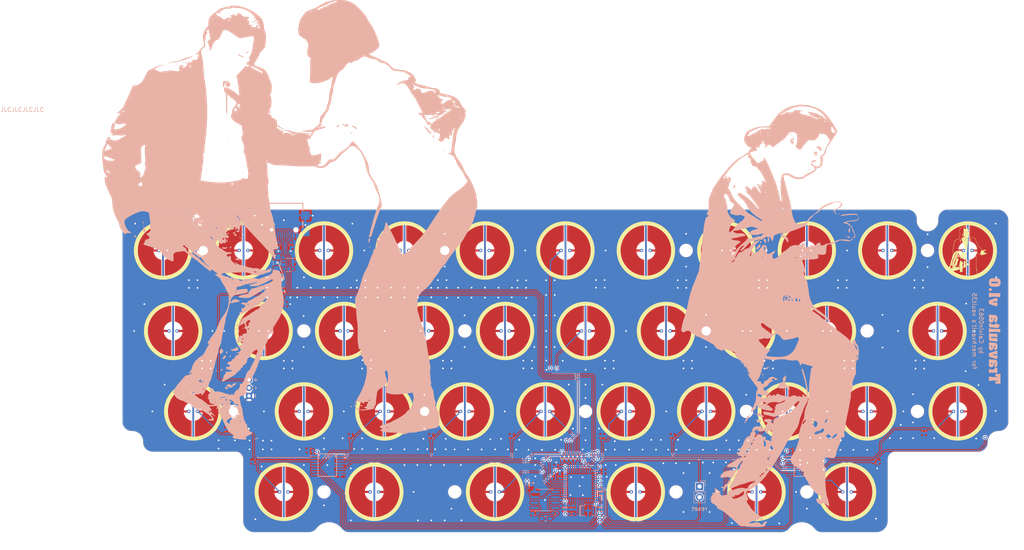
<source format=kicad_pcb>
(kicad_pcb (version 20221018) (generator pcbnew)

  (general
    (thickness 1.59)
  )

  (paper "A4")
  (layers
    (0 "F.Cu" signal)
    (1 "In1.Cu" signal)
    (2 "In2.Cu" signal)
    (31 "B.Cu" signal)
    (32 "B.Adhes" user "B.Adhesive")
    (33 "F.Adhes" user "F.Adhesive")
    (34 "B.Paste" user)
    (35 "F.Paste" user)
    (36 "B.SilkS" user "B.Silkscreen")
    (37 "F.SilkS" user "F.Silkscreen")
    (38 "B.Mask" user)
    (39 "F.Mask" user)
    (40 "Dwgs.User" user "User.Drawings")
    (41 "Cmts.User" user "User.Comments")
    (42 "Eco1.User" user "User.Eco1")
    (43 "Eco2.User" user "User.Eco2")
    (44 "Edge.Cuts" user)
    (45 "Margin" user)
    (46 "B.CrtYd" user "B.Courtyard")
    (47 "F.CrtYd" user "F.Courtyard")
    (48 "B.Fab" user)
    (49 "F.Fab" user)
    (50 "User.1" user)
    (51 "User.2" user)
    (52 "User.3" user)
    (53 "User.4" user)
    (54 "User.5" user)
    (55 "User.6" user)
    (56 "User.7" user)
    (57 "User.8" user)
    (58 "User.9" user)
  )

  (setup
    (stackup
      (layer "F.SilkS" (type "Top Silk Screen"))
      (layer "F.Paste" (type "Top Solder Paste"))
      (layer "F.Mask" (type "Top Solder Mask") (thickness 0.01))
      (layer "F.Cu" (type "copper") (thickness 0.035))
      (layer "dielectric 1" (type "prepreg") (thickness 0.2) (material "7628") (epsilon_r 4.6) (loss_tangent 0))
      (layer "In1.Cu" (type "copper") (thickness 0.0175))
      (layer "dielectric 2" (type "core") (thickness 1.065) (material "FR4") (epsilon_r 4.5) (loss_tangent 0.02))
      (layer "In2.Cu" (type "copper") (thickness 0.0175))
      (layer "dielectric 3" (type "prepreg") (thickness 0.2) (material "7628") (epsilon_r 4.6) (loss_tangent 0))
      (layer "B.Cu" (type "copper") (thickness 0.035))
      (layer "B.Mask" (type "Bottom Solder Mask") (thickness 0.01))
      (layer "B.Paste" (type "Bottom Solder Paste"))
      (layer "B.SilkS" (type "Bottom Silk Screen"))
      (copper_finish "None")
      (dielectric_constraints no)
    )
    (pad_to_mask_clearance 0)
    (pcbplotparams
      (layerselection 0x00010fc_ffffffff)
      (plot_on_all_layers_selection 0x0000000_00000000)
      (disableapertmacros false)
      (usegerberextensions false)
      (usegerberattributes true)
      (usegerberadvancedattributes true)
      (creategerberjobfile true)
      (dashed_line_dash_ratio 12.000000)
      (dashed_line_gap_ratio 3.000000)
      (svgprecision 6)
      (plotframeref false)
      (viasonmask false)
      (mode 1)
      (useauxorigin false)
      (hpglpennumber 1)
      (hpglpenspeed 20)
      (hpglpendiameter 15.000000)
      (dxfpolygonmode true)
      (dxfimperialunits true)
      (dxfusepcbnewfont true)
      (psnegative false)
      (psa4output false)
      (plotreference true)
      (plotvalue true)
      (plotinvisibletext false)
      (sketchpadsonfab false)
      (subtractmaskfromsilk false)
      (outputformat 1)
      (mirror false)
      (drillshape 0)
      (scaleselection 1)
      (outputdirectory "Production")
    )
  )

  (net 0 "")
  (net 1 "GND")
  (net 2 "D-")
  (net 3 "D+")
  (net 4 "VCC")
  (net 5 "+5V")
  (net 6 "Net-(U1-VCAP1)")
  (net 7 "NRST")
  (net 8 "APLEX_OUT_PIN_0")
  (net 9 "ROW0")
  (net 10 "ROW1")
  (net 11 "Net-(JP1-B)")
  (net 12 "VBAT")
  (net 13 "BOOT1")
  (net 14 "COL0")
  (net 15 "COL1")
  (net 16 "COL2")
  (net 17 "COL3")
  (net 18 "COL4")
  (net 19 "COL5")
  (net 20 "COL6")
  (net 21 "COL7")
  (net 22 "COL8")
  (net 23 "COL9")
  (net 24 "ROW2")
  (net 25 "ROW3")
  (net 26 "Net-(U1-PB12)")
  (net 27 "Net-(U1-PB15)")
  (net 28 "Net-(U1-PA10)")
  (net 29 "XTAL0")
  (net 30 "XTAL1")
  (net 31 "Net-(U1-PB14)")
  (net 32 "Net-(U1-PB13)")
  (net 33 "Net-(USB1-CC1)")
  (net 34 "Net-(USB1-CC2)")
  (net 35 "unconnected-(U1-PC13-Pad2)")
  (net 36 "unconnected-(U1-PC14-Pad3)")
  (net 37 "unconnected-(U1-PC15-Pad4)")
  (net 38 "unconnected-(U1-PA0-Pad10)")
  (net 39 "SWDIO")
  (net 40 "SWCLK")
  (net 41 "ADC")
  (net 42 "unconnected-(U1-PA1-Pad11)")
  (net 43 "AMUX_SEL_2")
  (net 44 "AMUX_SEL_1")
  (net 45 "AMUX_SEL_0")
  (net 46 "BOOT0")
  (net 47 "APLEX_EN_PIN_1")
  (net 48 "APLEX_EN_PIN_0")
  (net 49 "unconnected-(U1-PA2-Pad12)")
  (net 50 "unconnected-(U1-PB6-Pad42)")
  (net 51 "RGB")
  (net 52 "unconnected-(U1-PA8-Pad29)")
  (net 53 "unconnected-(U1-PA9-Pad30)")
  (net 54 "unconnected-(U1-PA15-Pad38)")
  (net 55 "unconnected-(U1-PB8-Pad45)")
  (net 56 "unconnected-(U1-PB9-Pad46)")
  (net 57 "unconnected-(USB1-SBU2-Pad3)")
  (net 58 "unconnected-(USB1-SBU1-Pad9)")
  (net 59 "unconnected-(U1-PA5-Pad15)")
  (net 60 "unconnected-(U1-PA6-Pad16)")
  (net 61 "unconnected-(U1-PA7-Pad17)")
  (net 62 "unconnected-(U1-PB7-Pad43)")
  (net 63 "COL10")

  (footprint "cipulot_parts:ecs_pad_1U_no_ring" (layer "F.Cu") (at 211.1375 76.2))

  (footprint "cipulot_parts:HOLE_M2" (layer "F.Cu") (at 120.65 57.15))

  (footprint "cipulot_parts:ecs_pad_1U_no_ring" (layer "F.Cu") (at 163.5125 95.25 180))

  (footprint "cipulot_parts:HOLE_M2" (layer "F.Cu") (at 153.9875 95.25))

  (footprint "cipulot_parts:ecs_pad_1U_no_ring" (layer "F.Cu") (at 115.8875 76.2))

  (footprint "cipulot_parts:ecs_pad_1U_no_ring" (layer "F.Cu") (at 173.0375 76.2))

  (footprint "cipulot_parts:ecs_pad_1U_no_ring" (layer "F.Cu") (at 53.975 57.15))

  (footprint "cipulot_parts:ecs_pad_1U_no_ring" (layer "F.Cu") (at 206.375 57.15))

  (footprint "cipulot_parts:ecs_pad_1U_no_ring" (layer "F.Cu") (at 182.5625 95.25 180))

  (footprint "cipulot_parts:HOLE_M2" (layer "F.Cu") (at 63.5 57.15))

  (footprint "Connector_PinHeader_1.27mm:PinHeader_1x03_P1.27mm_Vertical" (layer "F.Cu") (at 74.322402 90.946772 180))

  (footprint "cipulot_parts:ecs_pad_1U_no_ring" (layer "F.Cu") (at 111.125 57.15))

  (footprint "cipulot_parts:ecs_pad_1U_no_ring" (layer "F.Cu") (at 153.9875 76.2))

  (footprint "cipulot_parts:ecs_pad_1U_no_ring" locked (layer "F.Cu")
    (tstamp 37b11be4-b120-4f6d-b10e-f27f2cfbee4b)
    (at 56.358 76.2)
    (descr " StepUp generated footprint")
    (property "Sheetfile" "matrix.kicad_sch")
    (property "Sheetname" "matrix")
    (path "/d0785ffc-20d6-4c18-9daf-1bbd2a4da96a/f0d647a1-0f06-4f49-8d54-193c6cf27a2d")
    (attr smd exclude_from_pos_files)
    (fp_text reference "SW12" (at -6 -8) (layer "Dwgs.User")
        (effects (font (size 0.8 0.8) (thickness 0.12)))
      (tstamp 17cca1ee-8ac8-4aa5-a0e1-57d1c0a9c323)
    )
    (fp_text value "EC_SW" (at -4.9 -5.6) (layer "F.SilkS") hide
        (effects (font (size 0.8 0.8) (thickness 0.12)))
      (tstamp ef396a4d-707b-4a77-8ef0-d2fc0b721b3d)
    )
    (fp_text user "${REFERENCE}" (at 0 -2.5) (layer "F.Fab")
        (effects (font (size 0.8 0.8) (thickness 0.12)))
      (tstamp ba9fc966-5d41-41d1-bccf-46b29143e6bd)
    )
    (fp_circle (center 0 0) (end 6.467 0)
      (stroke (width 0.9) (type solid)) (fill none) (layer "F.SilkS") (tstamp 2ce10bdf-dfea-4cc1-bbd0-3b3d2bf442a6))
    (fp_line (start -9.3 -2.804622) (end -9.3 -6.1)
      (stroke (width 0.1) (type solid)) (layer "Dwgs.User") (tstamp 6fe1d638-3fc7-405d-871f-4fa8ada56591))
    (fp_line (start -9.3 -1.4) (end -9.3 -2.804622)
      (stroke (width 0.1) (type solid)) (layer "Dwgs.User") (tstamp 471848a4-92e2-44eb-b0bf-db621eda3ad5))
    (fp_line (start -9.3 1.4) (end -8.824333 1.110619)
      (stroke (width 0.1) (type solid)) (layer "Dwgs.User") (tstamp 3df81835-45bc-4bd8-a495-1e6be6007d3e))
    (fp_line (start -9.3 2.804622) (end -9.3 1.4)
      (stroke (width 0.1) (type solid)) (layer "Dwgs.User") (tstamp 9ea9def1-d6d7-49cc-87bb-6052ae79ab10))
    (fp_line (start -9.3 6.1) (end -9.3 2.804622)
      (stroke (width 0.1) (type solid)) (layer "Dwgs.User") (tstamp 48204678-f067-4add-af1e-6d54c033994d))
    (fp_line (start -8.824333 -1.110619) (end -9.3 -1.4)
      (stroke (width 0.1) (type solid)) (layer "Dwgs.User") (tstamp ffb6bf5b-6d76-48be-bc27-d4a640f81b6a))
    (fp_line (start -7.3 -5.67) (end -5.97 -7)
      (stroke (width 0.1) (type solid)) (layer "Dwgs.User") (tstamp cd41cfb6-f492-4846-8626-b8fa68867a32))
    (fp_line (start -7.3 5.67) (end -7.3 -5.67)
      (stroke (width 0.1) (type solid)) (layer "Dwgs.User") (tstamp 4a20ca23-0248-4ccf-b97f-b4243b730581))
    (fp_line (start -7.3 5.67) (end -5.97 7)
      (stroke (width 0.1) (type solid)) (layer "Dwgs.User") (tstamp 96fddccf-404e-4936-b392-11829de42152))
    (fp_line (start -6.3 -9.1) (end 6.3 -9.1)
      (stroke (width 0.1) (type solid)) (layer "Dwgs.User") (tstamp 5fe2d313-0f90-4561-bba7-7b92ca33dc44))
    (fp_line (start -5.97 -7) (end 5.97 -7)
      (stroke (width 0.1) (type solid)) (layer "Dwgs.User") (tstamp 13412db3-addb-496d-b20e-8e8717f87ec1))
    (fp_line (start -5.97 7) (end -7.3 5.67)
      (stroke (width 0.1) (type solid)) (layer "Dwgs.User") (tstamp fd04a23c-5982-4388-a96b-6d70973c2414))
    (fp_line (start 5.97 -7) (end 7.3 -5.67)
      (stroke (width 0.1) (type solid)) (layer "Dwgs.User") (tstamp e322730e-c8dc-4f1c-b37f-a3940a7ba515))
    (fp_line (start 5.97 7) (end -5.97 7)
      (stroke (width 0.1) (type solid)) (layer "Dwgs.User") (tstamp 8f5103e7-2db0-49f0-8c0d-a5c09a6bd7ea))
    (fp_line (start 6.3 9.1) (end -6.3 9.1)
      (stroke (width 0.1) (type solid)) (layer "Dwgs.User") (tstamp 664d9353-12d6-4091-b226-d8856863a532))
    (fp_line (start 7.3 -5.67) (end 7.3 5.67)
      (stroke (width 0.1) (type solid)) (layer "Dwgs.User") (tstamp 72585d5a-53b4-4166-b8ef-8b9a0a93e99d))
    (fp_line (start 7.3 5.67) (end 5.97 7)
      (stroke (width 0.1) (type solid)) (layer "Dwgs.User") (tstamp a2dcfbc1-7996-4bcc-bb94-9e6b17df6f4b))
    (fp_line (start 8.824333 1.110619) (end 9.3 1.4)
      (stroke (width 0.1) (type solid)) (layer "Dwgs.User") (tstamp 27286e96-f3d0-4313-8a73-39332d3e7013))
    (fp_line (start 9.3 -6.1) (end 9.3 -2.804622)
      (stroke (width 0.1) (type solid)) (layer "Dwgs.User") (tstamp 9d2ba66f-2d3f-42cc-8dd6-387b4800e25f))
    (fp_line (start 9.3 -2.804622) (end 9.3 -1.4)
      (stroke (width 0.1) (type solid)) (layer "Dwgs.User") (tstamp 685dde4d-916f-4cd5-87ae-ab89c5999fa7))
    (fp_line (start 9.3 -1.4) (end 8.824333 -1.110619)
      (stroke (width 0.1) (type solid)) (layer "Dwgs.User") (tstamp ff6568a3-ec2c-47cd-a2ae-43d2e7cea773))
    (fp_line (start 9.3 1.4) (end 9.3 2.804622)
      (stroke (width 0.1) (type solid)) (layer "Dwgs.User") (tstamp 78f7d74d-a636-494a-bc33-db62a7f14b06))
    (fp_line (start 9.3 2.804622) (end 9.3 6.1)
      (stroke (width 0.1) (type solid)) (layer "Dwgs.User") (tstamp 16eb7cb2-43c4-437e-bcbb-a3fdd4258d1c))
    (fp_arc (start -9.3 -6.1) (mid -8.42132 -8.22132) (end -6.3 -9.1)
      (stroke (width 0.1) (type solid)) (layer "Dwgs.User") (tstamp 439098df-1833-4076-8f1a-b0f0eca82c83))
    (fp_arc (start -8.824333 -1.110619) (mid -8.2 0) (end -8.824333 1.110619)
      (stroke (width 0.1) (type solid)) (layer "Dwgs.User") (tstamp 0f4c6277-70bf-44e4-bb93-2fbd0b1dd869))
    (fp_arc (start -6.3 9.1) (mid -8.42132 8.22132) (end -9.3 6.1)
      (stroke (width 0.1) (type solid)) (layer "Dwgs.User") (tstamp d66ad819-8aee-4f48-9e65-3e54f8f36ab9))
    (fp_arc (start 6.3 -9.1) (mid 8.42132 -8.22132) (end 9.3 -6.1)
      (stroke (width 0.1) (type solid)) (layer "Dwgs.User") (tstamp f65d1acc-8966-4ae0-a844-31511d86fa15))
    (fp_arc (start 8.824333 1.110619) (mid 8.2 0) (end 8.824333 -1.110619)
      (stroke (width 0.1) (type solid)) (layer "Dwgs.User") (tstamp ab17725a-ab09-4dc1-b427-5d61b288b2fc))
    (fp_arc (start 9.3 6.1) (mid 8.42132 8.22132) (end 6.3 9.1)
      (stroke (width 0.1) (type solid)) (layer "Dwgs.User") (tstamp 92e19a39-f5e0-4dde-b964-abeb37c51e8b))
    (pad "1" smd custom locked (at -1 0) (size 0.4 0.4) (layers "F.Cu")
      (net 10 "ROW1") (pinfunction "1") (pintype "passive") (zone_connect 0) (thermal_bridge_angle 45)
      (options (clearance outline) (anchor circle))
      (primitives
        (gr_poly
          (pts
            (xy 0.6 -2.214159)
            (xy 0.320477 -2.144936)
            (xy 0.052085 -2.040578)
            (xy -0.20078 -1.902795)
            (xy -0.433976 -1.733843)
            (xy -0.643683 -1.536492)
            (xy -0.826466 -1.313972)
            (xy -0.979332 -1.069928)
            (xy -1.099775 -0.80836)
            (xy -1.185824 -0.53355)
            (xy -1.236068 -0.25)
            (xy 0 -0.25)
            (xy 0.095671 -0.23097)
            (xy 0.176777 -0.176777)
            (xy 0.23097 -0.095671)
            (xy 0.25 0)
            (xy 0.23097 0.095671)
            (xy 0.176777 0.176777)
            (xy 0.095671 0.23097)
            (xy 0 0.25)
            (xy -1.236068 0.25)
            (xy -1.185824 0.53355)
            (xy -1.099775 0.80836)
            (xy -0.979332 1.069928)
            (xy -0.826466 1.313972)
            (xy -0.643683 1.536492)
            (xy -0.433976 1.733843)
            (xy -0.20078 1.902795)
            (xy 0.052085 2.040578)
            (xy 0.320477 2.144936)
            (xy 0.6 2.214159)
            (xy 0.6 5.986652)
            (xy 0.115133 5.934392)
            (xy -0.363889 5.842928)
            (xy -0.8339 5.712864)
            (xy -1.291796 5.545058)
            (xy -1.734552 5.34062)
            (xy -2.159242 5.100901)
            (xy -2.563061 4.827483)
            (xy -2.943342 4.522174)
            (xy -3.297572 4.186989)
            (xy -3.62341 3.824144)
            (xy -3.918705 3.436035)
            (xy -4.181506 3.025227)
            (xy -4.410075 2.594434)
            (xy -4.602904 2.1465)
            (xy -4.758719 1.684386)
            (xy -4.876489 1.211145)
            (xy -4.955438 0.729902)
            (xy -4.995043 0.243838)
            (xy -4.995043 -0.243838)
            (xy -4.955438 -0.729902)
            (xy -4.876489 -1.211145)
            (xy -4.758719 -1.684386)
            (xy -4.602904 -2.1465)
            (xy -4.410075 -2.594434)
            (xy -4.181506 -3.025227)
            (xy -3.918705 -3.436035)
            (xy -3.62341 -3.824144)
            (xy -3.297572 -4.186989)
            (xy -2.943342 -4.522174)
            (xy -2.563061 -4.827483)
            (xy -2.159242 -5.100901)
            (xy -1.734552 -5.34062)
            (xy -1.291796 -5.545058)
            (xy -0.8339 -5.712864)
            (xy -0.363889 -5.842928)
            (xy 0.115133 -5.934392)
            (xy 0.6 -5.986652)
          )
          (width 0) (fill yes))
      ) (tstamp ee218e06-2aa2-4b80-bd47-1383620eef97))
    (pad "2" smd custom locked (at 1 0 180) (size 0.4 0.4) (layers "F.Cu")
      (net 14 "COL0") (pinfunction "2") (pintype "passive") (zone_connect 0) (thermal_bridge_angle 45)
      (options (clearance outline) (anchor circle))
      (primitives
        (gr_poly
          (pts
            (xy 0.6 -2.214159)
            (xy 0.320477 -2.144936)
            (xy 0.052085 -2.040578)
            (xy -0.20078 -1.902795)
            (xy -0.433976 -1.733843)
            (xy -0.643683 -1.536492)
            (xy -0.826466 -1.313972)
            (xy -0.979332 -1.069928)
            (xy -1.099775 -0.80836)
            (xy -1.185824 -0.53355)
            (xy -1.236068 -0.25)
            (xy 0 -0.25)
            (xy 0.095671 -0.23097)
            (xy 0.176777 -0.176777)
            (xy 0.23097 -0.095671)
            (xy 0.25 0)
            (xy 0.23097 0.095671)
            (xy 0.176777 0.176777)
            (xy 0.095671 0.23097)
            (xy 0 0.25)
            (xy -1.236068 0.25)
            (xy -1.185824 0.53355)
            (xy -1.099775 0.80836)
            (xy -0.979332 1.069928)
            (xy -0.826466 1.313972)
            (xy -0.643683 1.536492)
            (xy -0.433976 1.733843)
            (xy -0.20078 1.902795)
            (xy 0.052085 2.040578)
            (xy 0.320477 2.144936)
            (xy 0.6 2.214159)
            (xy 0.6 5.986652)
            (xy 0.115133 5.934392)
            (xy -0.363889 5.842928)
            (xy -0.8339 5.712864)
            (xy -1.291796 5.545058)
            (xy -1.734552 5.34062)
            (xy -2.159242 5.100901)
            (xy -2.563061 4.827483)
            (xy -2.943342 4.522174)
            (xy -3.297572 4.186989)
            (xy -3.62341 3.824144)
            (xy -3.918705 3.436035)
            (xy -4.181506 3.025227)
            (xy -4.410075 2.594434)
            (xy -4.602904 2.1465)
            (xy -4.758719 1.684386)
            (xy -4.876489 1.211145)
            (xy -4.955438 0.729902)
            (xy -4.995043 0.243838)
            (xy -4.995043 -0.243838)
            (xy -4.955438 -0.729902)
            (xy -4.876489 -1.211145)
            (xy -4.758719 -1.684386)
            (xy -4.602904 -2.1465)
            (xy -4.410075 -2.594434)
            (xy -4.181506 -3.025227)
            (xy -3.918705 -3.436035)
            (xy -3.62341 -3.824144)
            (xy -3.297572 -4.186989)
            (xy -2.943342 -4.522174)
            (xy -2.563061 -4.827483)
            (xy -2.159242 -5.100901)
            (xy -1.734552 -5.34062)
            (xy -1.291796 -5.545058)
            (xy -0.8339 -5.712864)
            (xy -0.363889 -5.842928)
            (xy 0.115133 -5.934392)
            (xy 0.6 -5.986652)
          )
          (width 0) (fill yes))
      ) (tstamp 3a8e4b3b-43f7-4f01-b478-ee0fccb79b52))
    (pad "3" smd custom locked (at 0 0) (size 0.4 0.4) (layers "F.Cu")
      (net 1 "GND") (pinfunction "SG") (pintype "input") (zone_connect 2) (thermal_bridge_angle 45)
      (options (clearance convexhull) (anchor rect))
      (primitives
        (gr_line (start 0 -7) (end 0 7) (width 0.4))
      ) (tstamp dddf186e-69e2-4b84-8602-bf8ab9796ef4))
    (pad "3" smd custom locked (at 0 0) (size 0.4 0.4) (layers "B.Cu")
      (net 1 "GND") (pinfunction "SG") (pintype "input") (zone_connect 2) (thermal_bridge_angle 45)
      (options (clearance convexhull) (anchor rect))
      (primitives
        (gr_line (start 0 -6.5) (end 0 6.5) (width 0.4))
      ) (tstamp 0c0de62a-e55d-44ad-8954-00f5ea358cd0))
    (zone (net 0) (net_name "") (layer "F.Cu") (tstamp 3ac2d6bb-0f7b-4336-aa1e-a005aa713964) (hatch edge 0.508)
      (connect_pads (clearance 0))
      (min_thickness 0.254) (filled_areas_thickness no)
      (keepout (tracks allowed) (vias allowed) (pads allowed) (copperpour not_allowed) (footprints allowed))
      (fill (thermal_gap 0.508) (thermal_bridge_width 0.508))
      (polygon
        (pts
          (xy 63.362905 76.2)
          (xy 63.344093 75.686973)
          (xy 63.287759 75.176702)
          (xy 63.194204 74.671927)
          (xy 63.063932 74.17536)
          (xy 62.897642 73.689667)
          (xy 62.696228 73.217457)
          (xy 62.46077 72.761266)
          (xy 62.192534 72.323545)
          (xy 61.892961 71.906644)
          (xy 61.563659 71.512804)
          (xy 61.206397 71.144138)
          (xy 60.823094 70.802628)
          (xy 60.41581 70.490107)
          (xy 59.98673 70.208255)
          (xy 59.53816 69.958584)
          (xy 59.07251 69.742436)
          (xy 58.59228 69.560972)
          (xy 58.100049 69.415167)
          (xy 57.598462 69.305803)
          (xy 57.090212 69.233469)
          (xy 56.578029 69.198551)
          (xy 56.064665 69.201239)
          (xy 55.552876 69.241518)
          (xy 55.045412 69.319171)
          (xy 54.544997 69.433781)
          (xy 54.05432 69.584733)
          (xy 53.576017 69.771216)
          (xy 53.112655 69.992228)
          (xy 52.666725 70.246582)
          (xy 52.24062 70.532913)
          (xy 51.83663 70.849681)
          (xy 51.456925 71.195187)
          (xy 51.103543 71.567573)
          (xy 50.778384 71.964841)
          (xy 50.483192 72.384855)
          (xy 50.219555 72.825361)
          (xy 49.988887 73.283993)
          (xy 49.792429 73.758286)
          (xy 49.631234 74.245694)
          (xy 49.506169 74.743598)
          (xy 49.417905 75.249325)
          (xy 49.366918 75.760158)
          (xy 49.353479 76.273354)
          (xy 49.377662 76.786155)
          (xy 49.439337 77.295809)
          (xy 49.538172 77.799576)
          (xy 49.673637 78.294752)
          (xy 49.845004 78.778678)
          (xy 50.051353 79.248753)
          (xy 50.291574 79.702452)
          (xy 50.564379 80.137341)
          (xy 50.868302 80.551081)
          (xy 51.20171 80.941452)
          (xy 51.562813 81.306356)
          (xy 51.94967 81.643834)
          (xy 52.360206 81.952072)
          (xy 52.792213 82.229416)
          (xy 53.243373 82.474376)
          (xy 53.711261 82.685635)
          (xy 54.193365 82.862061)
          (xy 54.687096 83.002703)
          (xy 55.189801 83.106809)
          (xy 55.69878 83.173817)
          (xy 56.2113 83.203369)
          (xy 56.724608 83.195305)
          (xy 57.235947 83.149669)
          (xy 57.742571 83.066706)
          (xy 58.241758 82.946862)
          (xy 58.730827 82.79078)
          (xy 59.207152 82.599299)
          (xy 59.668173 82.373447)
          (xy 60.111416 82.114437)
          (xy 60.534499 81.82366)
          (xy 60.935149 81.502678)
          (xy 61.311216 81.153216)
          (xy 61.660678 80.777149)
          (xy 61.98166 80.376499)
          (xy 62.272437 79.953416)
          (xy 62.531447 79.510173)
          (xy 62.757299 79.049152)
          (xy 62.94878 78.572827)
          (xy 63.104862 78.083758)
          (xy 63.224706 77.584571)
          (xy 63.307669 77.077947)
          (xy 63.353305 76.566608)
        )
      )
    )
    (zone (net 0) (net_name "") (layer "B.Cu") (tstamp 3d05d7e7-ff6e-4099-b11c-213ec33cff63) (hatch edge 0.508)
      (connect_pads (clearance 0))
      (min_thickness 0.254) (filled_areas_thickness no)
      (keepout (tracks allowed) (vias allowed) (pads allowed) (copperpour not_allowed) (footprints allowed))
      (fill (thermal_gap 0.508) (thermal_bridge_width 0.508))
      (polygon
        (pts
          (xy 62.916256 76.2)
          (xy 62.896039 75.685445)
          (xy 62.835513 75.174063)
          (xy 62.735051 74.669006)
          (xy 62.595272 74.173387)
          (xy 62.417038 73.690264)
          (xy 62.201449 73.222614)
          (xy 61.949832 72.773321)
          (xy 61.663741 72.345154)
          (xy 61.344937 71.940753)
          (xy 60.995387 71.562613)
          (xy 60.617247 71.213063)
          (xy 60.212846 70.894259)
          (xy 59.784679 70.608168)
          (xy 59.335386 70.356551)
          (xy 58.867736 70.140962)
          (xy 58.384613 69.962728)
          (xy 57.888994 69.822949)
          (xy 57.383937 69.722487)
          (xy 56.872555 69.661961)
          (xy 56.358 69.641744)
          (xy 55.843445 69.661961)
          (xy 55.332063 69.722487)
          (xy 54.827006 69.822949)
          (xy 54.331387 69.962728)
          (xy 53.848264 70.140962)
          (xy 53.380614 70.356551)
          (xy 52.931321 70.608168)
          (xy 52.503154 70.894259)
          (xy 52.098753 71.213063)
          (xy 51.720613 71.562613)
          (xy 51.371063 71.940753)
          (xy 51.052259 72.345154)
          (xy 50.766168 72.773321)
          (xy 50.514551 73.222614)
          (xy 50.298962 73.690264)
          (xy 50.120728 74.173387)
          (xy 49.980949 74.669006)
          (xy 49.880487 75.174063)
          (xy 49.819961 75.685445)
          (xy 49.799744 76.2)
          (xy 49.819961 76.714555)
          (xy 49.880487 77.225937)
          (xy 49.980949 77.730994)
          (xy 50.120728 78.226613)
          (xy 50.298962 78.709736)
          (xy 50.514551 79.177386)
          (xy 50.766168 79.626679)
          (xy 51.052259 80.054846)
          (xy 51.371063 80.459247)
          (xy 51.720613 80.837387)
          (xy 52.098753 81.186937
... [3666153 chars truncated]
</source>
